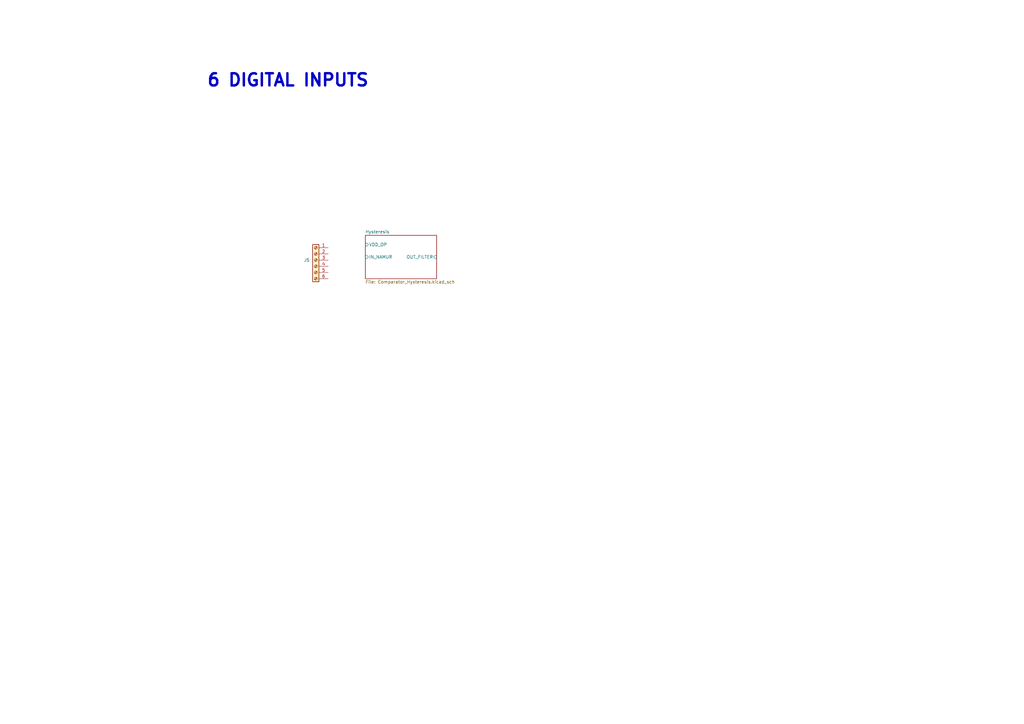
<source format=kicad_sch>
(kicad_sch (version 20250114) (generator "eeschema") (generator_version "9.0")
  (paper "A3")
  (lib_symbols
    (symbol "Connector:Screw_Terminal_01x06" (pin_names (offset 1.016) (hide yes))
      (property "Reference" "J" (at 0 7.62 0))
      (property "Value" "Screw_Terminal_01x06" (at 0 -10.16 0))
      (symbol "Screw_Terminal_01x06_1_1"
        (rectangle (start -1.27 6.35) (end 1.27 -8.89) (stroke (width 0.254)) (fill (type background)))
        (polyline (pts (xy -0.5334 5.4102) (xy 0.3302 4.572)) (stroke (width 0.1524)))
        (polyline (pts (xy -0.5334 2.8702) (xy 0.3302 2.032)) (stroke (width 0.1524)))
        (polyline (pts (xy -0.5334 0.3302) (xy 0.3302 -0.508)) (stroke (width 0.1524)))
        (polyline (pts (xy -0.5334 -2.2098) (xy 0.3302 -3.048)) (stroke (width 0.1524)))
        (polyline (pts (xy -0.5334 -4.7498) (xy 0.3302 -5.588)) (stroke (width 0.1524)))
        (polyline (pts (xy -0.5334 -7.2898) (xy 0.3302 -8.128)) (stroke (width 0.1524)))
        (polyline (pts (xy -0.3556 5.588) (xy 0.508 4.7498)) (stroke (width 0.1524)))
        (polyline (pts (xy -0.3556 3.048) (xy 0.508 2.2098)) (stroke (width 0.1524)))
        (polyline (pts (xy -0.3556 0.508) (xy 0.508 -0.3302)) (stroke (width 0.1524)))
        (polyline (pts (xy -0.3556 -2.032) (xy 0.508 -2.8702)) (stroke (width 0.1524)))
        (polyline (pts (xy -0.3556 -4.572) (xy 0.508 -5.4102)) (stroke (width 0.1524)))
        (polyline (pts (xy -0.3556 -7.112) (xy 0.508 -7.9502)) (stroke (width 0.1524)))
        (circle (center 0 5.08) (radius 0.635) (stroke (width 0.1524)))
        (circle (center 0 2.54) (radius 0.635) (stroke (width 0.1524)))
        (circle (center 0 0) (radius 0.635) (stroke (width 0.1524)))
        (circle (center 0 -2.54) (radius 0.635) (stroke (width 0.1524)))
        (circle (center 0 -5.08) (radius 0.635) (stroke (width 0.1524)))
        (circle (center 0 -7.62) (radius 0.635) (stroke (width 0.1524)))
        (pin passive line (at -5.08 5.08 0) (length 3.81) (name "Pin_1") (number "1"))
        (pin passive line (at -5.08 2.54 0) (length 3.81) (name "Pin_2") (number "2"))
        (pin passive line (at -5.08 0 0) (length 3.81) (name "Pin_3") (number "3"))
        (pin passive line (at -5.08 -2.54 0) (length 3.81) (name "Pin_4") (number "4"))
        (pin passive line (at -5.08 -5.08 0) (length 3.81) (name "Pin_5") (number "5"))
        (pin passive line (at -5.08 -7.62 0) (length 3.81) (name "Pin_6") (number "6"))
      )
    )
  )
  (text "6 DIGITAL INPUTS" (at 118.11 33.02 0) (effects (font (size 5 5) (thickness 1) (bold yes))))
  (symbol (lib_id "Connector:Screw_Terminal_01x06") (at 129.54 106.68 0) (mirror y) (unit 1)
    (property "Reference" "J5" (at 127 106.6799 0) (effects (justify left)))
    (property "Value" "Screw_Terminal_01x06" (effects (hide yes)))
    (property "Footprint" "LIB_PCB_CONT:15EDGRC_6P_3.81mm_Male-Rect_Degson" (effects (hide yes)))
    (property "Description" "Generic screw terminal, single row, 01x06, script generated (kicad-library-utils/schlib/autogen/connector/)" (effects (hide yes)))
  )
  (sheet (at 149.86 96.52) (size 29.21 17.78) (stroke (width 0.1524))
    (property "Sheetname" "Hysteresis" (at 149.86 95.8084 0) (effects (justify left bottom)))
    (property "Sheetfile" "Comparator_Hysteresis.kicad_sch" (at 149.86 114.8846 0) (effects (justify left top)))
    (pin "IN_NAMUR" input (at 149.86 105.41 180))
    (pin "VDD_OP" input (at 149.86 100.33 180))
    (pin "OUT_FILTER" input (at 179.07 105.41 0))
  )
)
</source>
